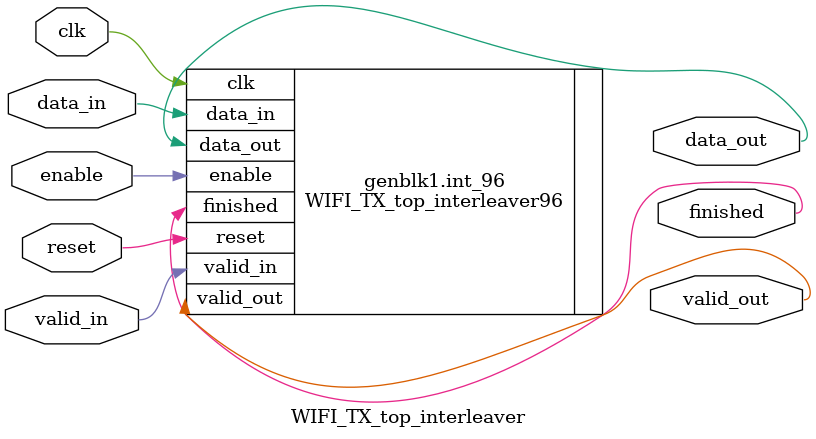
<source format=v>
/*
======================================================================================
				Standard   : WIFI
				Block name : Generic Interleaver
======================================================================================
*/
//====================================================================================
module WIFI_TX_top_interleaver #(parameter TYPE=96)
(
	clk,
	reset,
	valid_in,
	data_in,
	enable,
	valid_out,
	data_out,
	finished
);
	//============================================================================
	input clk;
	input reset;
	input valid_in;
	input data_in;
	input enable;
	output valid_out;
	output data_out; 
	output finished;
	//============================================================================
	generate
		//====================================================================
		case(TYPE)
			48:
			begin
				WIFI_TX_top_interleaver48 int_48
				(
					.clk(clk),
					.reset(reset),
					.enable(enable),
					.valid_in(valid_in),
					.data_in(data_in),
					.valid_out(valid_out),
					.data_out(data_out),
					.finished(finished)
				);
			end
			96:
			begin
				WIFI_TX_top_interleaver96 int_96
				(
					.clk(clk),
					.reset(reset),
					.enable(enable),
					.valid_in(valid_in),
					.data_in(data_in),
					.valid_out(valid_out),
					.data_out(data_out),
					.finished(finished)
				);
			end
			192:
			begin
				WIFI_TX_top_interleaver192 int_192
				(
					.clk(clk),
					.reset(reset),
					.enable(enable),
					.valid_in(valid_in),
					.data_in(data_in),
					.valid_out(valid_out),
					.data_out(data_out),
					.finished(finished)
				);
			end
		endcase
		//====================================================================
	endgenerate
	//============================================================================
endmodule

</source>
